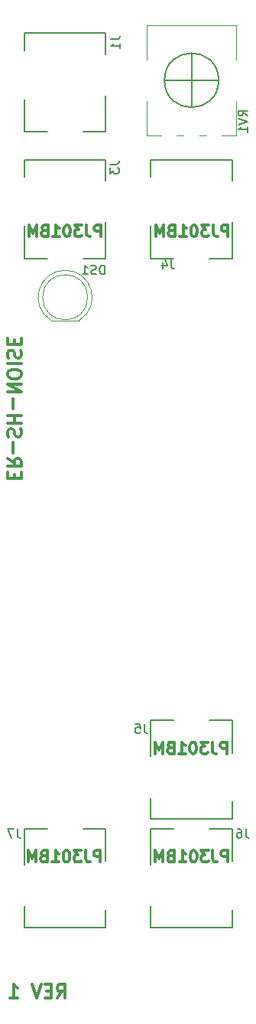
<source format=gbo>
%TF.GenerationSoftware,KiCad,Pcbnew,(6.0.1)*%
%TF.CreationDate,2022-11-03T13:02:17-04:00*%
%TF.ProjectId,ER-SH-NOISE-01,45522d53-482d-44e4-9f49-53452d30312e,1*%
%TF.SameCoordinates,Original*%
%TF.FileFunction,Legend,Bot*%
%TF.FilePolarity,Positive*%
%FSLAX46Y46*%
G04 Gerber Fmt 4.6, Leading zero omitted, Abs format (unit mm)*
G04 Created by KiCad (PCBNEW (6.0.1)) date 2022-11-03 13:02:17*
%MOMM*%
%LPD*%
G01*
G04 APERTURE LIST*
%ADD10C,0.375000*%
%ADD11C,0.317500*%
%ADD12C,0.150000*%
%ADD13C,0.200000*%
%ADD14C,0.120000*%
G04 APERTURE END LIST*
D10*
X104606457Y-117518571D02*
X105106457Y-116804285D01*
X105463600Y-117518571D02*
X105463600Y-116018571D01*
X104892171Y-116018571D01*
X104749314Y-116090000D01*
X104677885Y-116161428D01*
X104606457Y-116304285D01*
X104606457Y-116518571D01*
X104677885Y-116661428D01*
X104749314Y-116732857D01*
X104892171Y-116804285D01*
X105463600Y-116804285D01*
X103963600Y-116732857D02*
X103463600Y-116732857D01*
X103249314Y-117518571D02*
X103963600Y-117518571D01*
X103963600Y-116018571D01*
X103249314Y-116018571D01*
X102820742Y-116018571D02*
X102320742Y-117518571D01*
X101820742Y-116018571D01*
X99392171Y-117518571D02*
X100249314Y-117518571D01*
X99820742Y-117518571D02*
X99820742Y-116018571D01*
X99963600Y-116232857D01*
X100106457Y-116375714D01*
X100249314Y-116447142D01*
D11*
X123422228Y-90490523D02*
X123422228Y-89220523D01*
X122938419Y-89220523D01*
X122817466Y-89281000D01*
X122756990Y-89341476D01*
X122696514Y-89462428D01*
X122696514Y-89643857D01*
X122756990Y-89764809D01*
X122817466Y-89825285D01*
X122938419Y-89885761D01*
X123422228Y-89885761D01*
X121789371Y-89220523D02*
X121789371Y-90127666D01*
X121849847Y-90309095D01*
X121970800Y-90430047D01*
X122152228Y-90490523D01*
X122273180Y-90490523D01*
X121305561Y-89220523D02*
X120519371Y-89220523D01*
X120942704Y-89704333D01*
X120761276Y-89704333D01*
X120640323Y-89764809D01*
X120579847Y-89825285D01*
X120519371Y-89946238D01*
X120519371Y-90248619D01*
X120579847Y-90369571D01*
X120640323Y-90430047D01*
X120761276Y-90490523D01*
X121124133Y-90490523D01*
X121245085Y-90430047D01*
X121305561Y-90369571D01*
X119733180Y-89220523D02*
X119612228Y-89220523D01*
X119491276Y-89281000D01*
X119430800Y-89341476D01*
X119370323Y-89462428D01*
X119309847Y-89704333D01*
X119309847Y-90006714D01*
X119370323Y-90248619D01*
X119430800Y-90369571D01*
X119491276Y-90430047D01*
X119612228Y-90490523D01*
X119733180Y-90490523D01*
X119854133Y-90430047D01*
X119914609Y-90369571D01*
X119975085Y-90248619D01*
X120035561Y-90006714D01*
X120035561Y-89704333D01*
X119975085Y-89462428D01*
X119914609Y-89341476D01*
X119854133Y-89281000D01*
X119733180Y-89220523D01*
X118100323Y-90490523D02*
X118826038Y-90490523D01*
X118463180Y-90490523D02*
X118463180Y-89220523D01*
X118584133Y-89401952D01*
X118705085Y-89522904D01*
X118826038Y-89583380D01*
X117132704Y-89825285D02*
X116951276Y-89885761D01*
X116890800Y-89946238D01*
X116830323Y-90067190D01*
X116830323Y-90248619D01*
X116890800Y-90369571D01*
X116951276Y-90430047D01*
X117072228Y-90490523D01*
X117556038Y-90490523D01*
X117556038Y-89220523D01*
X117132704Y-89220523D01*
X117011752Y-89281000D01*
X116951276Y-89341476D01*
X116890800Y-89462428D01*
X116890800Y-89583380D01*
X116951276Y-89704333D01*
X117011752Y-89764809D01*
X117132704Y-89825285D01*
X117556038Y-89825285D01*
X116286038Y-90490523D02*
X116286038Y-89220523D01*
X115862704Y-90127666D01*
X115439371Y-89220523D01*
X115439371Y-90490523D01*
X109452228Y-33289723D02*
X109452228Y-32019723D01*
X108968419Y-32019723D01*
X108847466Y-32080200D01*
X108786990Y-32140676D01*
X108726514Y-32261628D01*
X108726514Y-32443057D01*
X108786990Y-32564009D01*
X108847466Y-32624485D01*
X108968419Y-32684961D01*
X109452228Y-32684961D01*
X107819371Y-32019723D02*
X107819371Y-32926866D01*
X107879847Y-33108295D01*
X108000800Y-33229247D01*
X108182228Y-33289723D01*
X108303180Y-33289723D01*
X107335561Y-32019723D02*
X106549371Y-32019723D01*
X106972704Y-32503533D01*
X106791276Y-32503533D01*
X106670323Y-32564009D01*
X106609847Y-32624485D01*
X106549371Y-32745438D01*
X106549371Y-33047819D01*
X106609847Y-33168771D01*
X106670323Y-33229247D01*
X106791276Y-33289723D01*
X107154133Y-33289723D01*
X107275085Y-33229247D01*
X107335561Y-33168771D01*
X105763180Y-32019723D02*
X105642228Y-32019723D01*
X105521276Y-32080200D01*
X105460800Y-32140676D01*
X105400323Y-32261628D01*
X105339847Y-32503533D01*
X105339847Y-32805914D01*
X105400323Y-33047819D01*
X105460800Y-33168771D01*
X105521276Y-33229247D01*
X105642228Y-33289723D01*
X105763180Y-33289723D01*
X105884133Y-33229247D01*
X105944609Y-33168771D01*
X106005085Y-33047819D01*
X106065561Y-32805914D01*
X106065561Y-32503533D01*
X106005085Y-32261628D01*
X105944609Y-32140676D01*
X105884133Y-32080200D01*
X105763180Y-32019723D01*
X104130323Y-33289723D02*
X104856038Y-33289723D01*
X104493180Y-33289723D02*
X104493180Y-32019723D01*
X104614133Y-32201152D01*
X104735085Y-32322104D01*
X104856038Y-32382580D01*
X103162704Y-32624485D02*
X102981276Y-32684961D01*
X102920800Y-32745438D01*
X102860323Y-32866390D01*
X102860323Y-33047819D01*
X102920800Y-33168771D01*
X102981276Y-33229247D01*
X103102228Y-33289723D01*
X103586038Y-33289723D01*
X103586038Y-32019723D01*
X103162704Y-32019723D01*
X103041752Y-32080200D01*
X102981276Y-32140676D01*
X102920800Y-32261628D01*
X102920800Y-32382580D01*
X102981276Y-32503533D01*
X103041752Y-32564009D01*
X103162704Y-32624485D01*
X103586038Y-32624485D01*
X102316038Y-33289723D02*
X102316038Y-32019723D01*
X101892704Y-32926866D01*
X101469371Y-32019723D01*
X101469371Y-33289723D01*
X123473028Y-102479323D02*
X123473028Y-101209323D01*
X122989219Y-101209323D01*
X122868266Y-101269800D01*
X122807790Y-101330276D01*
X122747314Y-101451228D01*
X122747314Y-101632657D01*
X122807790Y-101753609D01*
X122868266Y-101814085D01*
X122989219Y-101874561D01*
X123473028Y-101874561D01*
X121840171Y-101209323D02*
X121840171Y-102116466D01*
X121900647Y-102297895D01*
X122021600Y-102418847D01*
X122203028Y-102479323D01*
X122323980Y-102479323D01*
X121356361Y-101209323D02*
X120570171Y-101209323D01*
X120993504Y-101693133D01*
X120812076Y-101693133D01*
X120691123Y-101753609D01*
X120630647Y-101814085D01*
X120570171Y-101935038D01*
X120570171Y-102237419D01*
X120630647Y-102358371D01*
X120691123Y-102418847D01*
X120812076Y-102479323D01*
X121174933Y-102479323D01*
X121295885Y-102418847D01*
X121356361Y-102358371D01*
X119783980Y-101209323D02*
X119663028Y-101209323D01*
X119542076Y-101269800D01*
X119481600Y-101330276D01*
X119421123Y-101451228D01*
X119360647Y-101693133D01*
X119360647Y-101995514D01*
X119421123Y-102237419D01*
X119481600Y-102358371D01*
X119542076Y-102418847D01*
X119663028Y-102479323D01*
X119783980Y-102479323D01*
X119904933Y-102418847D01*
X119965409Y-102358371D01*
X120025885Y-102237419D01*
X120086361Y-101995514D01*
X120086361Y-101693133D01*
X120025885Y-101451228D01*
X119965409Y-101330276D01*
X119904933Y-101269800D01*
X119783980Y-101209323D01*
X118151123Y-102479323D02*
X118876838Y-102479323D01*
X118513980Y-102479323D02*
X118513980Y-101209323D01*
X118634933Y-101390752D01*
X118755885Y-101511704D01*
X118876838Y-101572180D01*
X117183504Y-101814085D02*
X117002076Y-101874561D01*
X116941600Y-101935038D01*
X116881123Y-102055990D01*
X116881123Y-102237419D01*
X116941600Y-102358371D01*
X117002076Y-102418847D01*
X117123028Y-102479323D01*
X117606838Y-102479323D01*
X117606838Y-101209323D01*
X117183504Y-101209323D01*
X117062552Y-101269800D01*
X117002076Y-101330276D01*
X116941600Y-101451228D01*
X116941600Y-101572180D01*
X117002076Y-101693133D01*
X117062552Y-101753609D01*
X117183504Y-101814085D01*
X117606838Y-101814085D01*
X116336838Y-102479323D02*
X116336838Y-101209323D01*
X115913504Y-102116466D01*
X115490171Y-101209323D01*
X115490171Y-102479323D01*
D10*
X99929142Y-60074000D02*
X99929142Y-59574000D01*
X99143428Y-59359714D02*
X99143428Y-60074000D01*
X100643428Y-60074000D01*
X100643428Y-59359714D01*
X99143428Y-57859714D02*
X99857714Y-58359714D01*
X99143428Y-58716857D02*
X100643428Y-58716857D01*
X100643428Y-58145428D01*
X100572000Y-58002571D01*
X100500571Y-57931142D01*
X100357714Y-57859714D01*
X100143428Y-57859714D01*
X100000571Y-57931142D01*
X99929142Y-58002571D01*
X99857714Y-58145428D01*
X99857714Y-58716857D01*
X99714857Y-57216857D02*
X99714857Y-56074000D01*
X99214857Y-55431142D02*
X99143428Y-55216857D01*
X99143428Y-54859714D01*
X99214857Y-54716857D01*
X99286285Y-54645428D01*
X99429142Y-54574000D01*
X99572000Y-54574000D01*
X99714857Y-54645428D01*
X99786285Y-54716857D01*
X99857714Y-54859714D01*
X99929142Y-55145428D01*
X100000571Y-55288285D01*
X100072000Y-55359714D01*
X100214857Y-55431142D01*
X100357714Y-55431142D01*
X100500571Y-55359714D01*
X100572000Y-55288285D01*
X100643428Y-55145428D01*
X100643428Y-54788285D01*
X100572000Y-54574000D01*
X99143428Y-53931142D02*
X100643428Y-53931142D01*
X99929142Y-53931142D02*
X99929142Y-53074000D01*
X99143428Y-53074000D02*
X100643428Y-53074000D01*
X99714857Y-52359714D02*
X99714857Y-51216857D01*
X99143428Y-50502571D02*
X100643428Y-50502571D01*
X99143428Y-49645428D01*
X100643428Y-49645428D01*
X100643428Y-48645428D02*
X100643428Y-48359714D01*
X100572000Y-48216857D01*
X100429142Y-48074000D01*
X100143428Y-48002571D01*
X99643428Y-48002571D01*
X99357714Y-48074000D01*
X99214857Y-48216857D01*
X99143428Y-48359714D01*
X99143428Y-48645428D01*
X99214857Y-48788285D01*
X99357714Y-48931142D01*
X99643428Y-49002571D01*
X100143428Y-49002571D01*
X100429142Y-48931142D01*
X100572000Y-48788285D01*
X100643428Y-48645428D01*
X99143428Y-47359714D02*
X100643428Y-47359714D01*
X99214857Y-46716857D02*
X99143428Y-46502571D01*
X99143428Y-46145428D01*
X99214857Y-46002571D01*
X99286285Y-45931142D01*
X99429142Y-45859714D01*
X99572000Y-45859714D01*
X99714857Y-45931142D01*
X99786285Y-46002571D01*
X99857714Y-46145428D01*
X99929142Y-46431142D01*
X100000571Y-46574000D01*
X100072000Y-46645428D01*
X100214857Y-46716857D01*
X100357714Y-46716857D01*
X100500571Y-46645428D01*
X100572000Y-46574000D01*
X100643428Y-46431142D01*
X100643428Y-46074000D01*
X100572000Y-45859714D01*
X99929142Y-45216857D02*
X99929142Y-44716857D01*
X99143428Y-44502571D02*
X99143428Y-45216857D01*
X100643428Y-45216857D01*
X100643428Y-44502571D01*
D11*
X109401428Y-102479323D02*
X109401428Y-101209323D01*
X108917619Y-101209323D01*
X108796666Y-101269800D01*
X108736190Y-101330276D01*
X108675714Y-101451228D01*
X108675714Y-101632657D01*
X108736190Y-101753609D01*
X108796666Y-101814085D01*
X108917619Y-101874561D01*
X109401428Y-101874561D01*
X107768571Y-101209323D02*
X107768571Y-102116466D01*
X107829047Y-102297895D01*
X107950000Y-102418847D01*
X108131428Y-102479323D01*
X108252380Y-102479323D01*
X107284761Y-101209323D02*
X106498571Y-101209323D01*
X106921904Y-101693133D01*
X106740476Y-101693133D01*
X106619523Y-101753609D01*
X106559047Y-101814085D01*
X106498571Y-101935038D01*
X106498571Y-102237419D01*
X106559047Y-102358371D01*
X106619523Y-102418847D01*
X106740476Y-102479323D01*
X107103333Y-102479323D01*
X107224285Y-102418847D01*
X107284761Y-102358371D01*
X105712380Y-101209323D02*
X105591428Y-101209323D01*
X105470476Y-101269800D01*
X105410000Y-101330276D01*
X105349523Y-101451228D01*
X105289047Y-101693133D01*
X105289047Y-101995514D01*
X105349523Y-102237419D01*
X105410000Y-102358371D01*
X105470476Y-102418847D01*
X105591428Y-102479323D01*
X105712380Y-102479323D01*
X105833333Y-102418847D01*
X105893809Y-102358371D01*
X105954285Y-102237419D01*
X106014761Y-101995514D01*
X106014761Y-101693133D01*
X105954285Y-101451228D01*
X105893809Y-101330276D01*
X105833333Y-101269800D01*
X105712380Y-101209323D01*
X104079523Y-102479323D02*
X104805238Y-102479323D01*
X104442380Y-102479323D02*
X104442380Y-101209323D01*
X104563333Y-101390752D01*
X104684285Y-101511704D01*
X104805238Y-101572180D01*
X103111904Y-101814085D02*
X102930476Y-101874561D01*
X102870000Y-101935038D01*
X102809523Y-102055990D01*
X102809523Y-102237419D01*
X102870000Y-102358371D01*
X102930476Y-102418847D01*
X103051428Y-102479323D01*
X103535238Y-102479323D01*
X103535238Y-101209323D01*
X103111904Y-101209323D01*
X102990952Y-101269800D01*
X102930476Y-101330276D01*
X102870000Y-101451228D01*
X102870000Y-101572180D01*
X102930476Y-101693133D01*
X102990952Y-101753609D01*
X103111904Y-101814085D01*
X103535238Y-101814085D01*
X102265238Y-102479323D02*
X102265238Y-101209323D01*
X101841904Y-102116466D01*
X101418571Y-101209323D01*
X101418571Y-102479323D01*
X123523828Y-33289723D02*
X123523828Y-32019723D01*
X123040019Y-32019723D01*
X122919066Y-32080200D01*
X122858590Y-32140676D01*
X122798114Y-32261628D01*
X122798114Y-32443057D01*
X122858590Y-32564009D01*
X122919066Y-32624485D01*
X123040019Y-32684961D01*
X123523828Y-32684961D01*
X121890971Y-32019723D02*
X121890971Y-32926866D01*
X121951447Y-33108295D01*
X122072400Y-33229247D01*
X122253828Y-33289723D01*
X122374780Y-33289723D01*
X121407161Y-32019723D02*
X120620971Y-32019723D01*
X121044304Y-32503533D01*
X120862876Y-32503533D01*
X120741923Y-32564009D01*
X120681447Y-32624485D01*
X120620971Y-32745438D01*
X120620971Y-33047819D01*
X120681447Y-33168771D01*
X120741923Y-33229247D01*
X120862876Y-33289723D01*
X121225733Y-33289723D01*
X121346685Y-33229247D01*
X121407161Y-33168771D01*
X119834780Y-32019723D02*
X119713828Y-32019723D01*
X119592876Y-32080200D01*
X119532400Y-32140676D01*
X119471923Y-32261628D01*
X119411447Y-32503533D01*
X119411447Y-32805914D01*
X119471923Y-33047819D01*
X119532400Y-33168771D01*
X119592876Y-33229247D01*
X119713828Y-33289723D01*
X119834780Y-33289723D01*
X119955733Y-33229247D01*
X120016209Y-33168771D01*
X120076685Y-33047819D01*
X120137161Y-32805914D01*
X120137161Y-32503533D01*
X120076685Y-32261628D01*
X120016209Y-32140676D01*
X119955733Y-32080200D01*
X119834780Y-32019723D01*
X118201923Y-33289723D02*
X118927638Y-33289723D01*
X118564780Y-33289723D02*
X118564780Y-32019723D01*
X118685733Y-32201152D01*
X118806685Y-32322104D01*
X118927638Y-32382580D01*
X117234304Y-32624485D02*
X117052876Y-32684961D01*
X116992400Y-32745438D01*
X116931923Y-32866390D01*
X116931923Y-33047819D01*
X116992400Y-33168771D01*
X117052876Y-33229247D01*
X117173828Y-33289723D01*
X117657638Y-33289723D01*
X117657638Y-32019723D01*
X117234304Y-32019723D01*
X117113352Y-32080200D01*
X117052876Y-32140676D01*
X116992400Y-32261628D01*
X116992400Y-32382580D01*
X117052876Y-32503533D01*
X117113352Y-32564009D01*
X117234304Y-32624485D01*
X117657638Y-32624485D01*
X116387638Y-33289723D02*
X116387638Y-32019723D01*
X115964304Y-32926866D01*
X115540971Y-32019723D01*
X115540971Y-33289723D01*
D12*
%TO.C,J5*%
X114252343Y-87209387D02*
X114252343Y-87923673D01*
X114299962Y-88066530D01*
X114395200Y-88161768D01*
X114538057Y-88209387D01*
X114633295Y-88209387D01*
X113299962Y-87209387D02*
X113776152Y-87209387D01*
X113823771Y-87685578D01*
X113776152Y-87637959D01*
X113680914Y-87590340D01*
X113442819Y-87590340D01*
X113347581Y-87637959D01*
X113299962Y-87685578D01*
X113252343Y-87780816D01*
X113252343Y-88018911D01*
X113299962Y-88114149D01*
X113347581Y-88161768D01*
X113442819Y-88209387D01*
X113680914Y-88209387D01*
X113776152Y-88161768D01*
X113823771Y-88114149D01*
%TO.C,J1*%
X110577388Y-11477670D02*
X111291674Y-11477670D01*
X111434531Y-11430051D01*
X111529769Y-11334813D01*
X111577388Y-11191956D01*
X111577388Y-11096718D01*
X111577388Y-12477670D02*
X111577388Y-11906242D01*
X111577388Y-12191956D02*
X110577388Y-12191956D01*
X110720246Y-12096718D01*
X110815484Y-12001480D01*
X110863103Y-11906242D01*
%TO.C,J7*%
X100206141Y-98817186D02*
X100206141Y-99531472D01*
X100253760Y-99674329D01*
X100348998Y-99769567D01*
X100491855Y-99817186D01*
X100587093Y-99817186D01*
X99825188Y-98817186D02*
X99158522Y-98817186D01*
X99587093Y-99817186D01*
%TO.C,J3*%
X110450380Y-25320666D02*
X111164666Y-25320666D01*
X111307523Y-25273047D01*
X111402761Y-25177809D01*
X111450380Y-25034952D01*
X111450380Y-24939714D01*
X110450380Y-25701619D02*
X110450380Y-26320666D01*
X110831333Y-25987333D01*
X110831333Y-26130190D01*
X110878952Y-26225428D01*
X110926571Y-26273047D01*
X111021809Y-26320666D01*
X111259904Y-26320666D01*
X111355142Y-26273047D01*
X111402761Y-26225428D01*
X111450380Y-26130190D01*
X111450380Y-25844476D01*
X111402761Y-25749238D01*
X111355142Y-25701619D01*
%TO.C,J6*%
X125504543Y-98817186D02*
X125504543Y-99531472D01*
X125552162Y-99674329D01*
X125647400Y-99769567D01*
X125790257Y-99817186D01*
X125885495Y-99817186D01*
X124599781Y-98817186D02*
X124790257Y-98817186D01*
X124885495Y-98864806D01*
X124933114Y-98912425D01*
X125028352Y-99055282D01*
X125075971Y-99245758D01*
X125075971Y-99626710D01*
X125028352Y-99721948D01*
X124980733Y-99769567D01*
X124885495Y-99817186D01*
X124695019Y-99817186D01*
X124599781Y-99769567D01*
X124552162Y-99721948D01*
X124504543Y-99626710D01*
X124504543Y-99388615D01*
X124552162Y-99293377D01*
X124599781Y-99245758D01*
X124695019Y-99198139D01*
X124885495Y-99198139D01*
X124980733Y-99245758D01*
X125028352Y-99293377D01*
X125075971Y-99388615D01*
%TO.C,RV1*%
X125674390Y-19928765D02*
X125198200Y-19595432D01*
X125674390Y-19357337D02*
X124674390Y-19357337D01*
X124674390Y-19738289D01*
X124722010Y-19833527D01*
X124769629Y-19881146D01*
X124864867Y-19928765D01*
X125007724Y-19928765D01*
X125102962Y-19881146D01*
X125150581Y-19833527D01*
X125198200Y-19738289D01*
X125198200Y-19357337D01*
X124674390Y-20214480D02*
X125674390Y-20547813D01*
X124674390Y-20881146D01*
X125674390Y-21738289D02*
X125674390Y-21166861D01*
X125674390Y-21452575D02*
X124674390Y-21452575D01*
X124817248Y-21357337D01*
X124912486Y-21262099D01*
X124960105Y-21166861D01*
%TO.C,J4*%
X117233333Y-35852380D02*
X117233333Y-36566666D01*
X117280952Y-36709523D01*
X117376190Y-36804761D01*
X117519047Y-36852380D01*
X117614285Y-36852380D01*
X116328571Y-36185714D02*
X116328571Y-36852380D01*
X116566666Y-35804761D02*
X116804761Y-36519047D01*
X116185714Y-36519047D01*
%TO.C,DS1*%
X109889277Y-37467380D02*
X109889277Y-36467380D01*
X109651182Y-36467380D01*
X109508325Y-36515000D01*
X109413087Y-36610238D01*
X109365468Y-36705476D01*
X109317849Y-36895952D01*
X109317849Y-37038809D01*
X109365468Y-37229285D01*
X109413087Y-37324523D01*
X109508325Y-37419761D01*
X109651182Y-37467380D01*
X109889277Y-37467380D01*
X108936896Y-37419761D02*
X108794039Y-37467380D01*
X108555944Y-37467380D01*
X108460706Y-37419761D01*
X108413087Y-37372142D01*
X108365468Y-37276904D01*
X108365468Y-37181666D01*
X108413087Y-37086428D01*
X108460706Y-37038809D01*
X108555944Y-36991190D01*
X108746420Y-36943571D01*
X108841658Y-36895952D01*
X108889277Y-36848333D01*
X108936896Y-36753095D01*
X108936896Y-36657857D01*
X108889277Y-36562619D01*
X108841658Y-36515000D01*
X108746420Y-36467380D01*
X108508325Y-36467380D01*
X108365468Y-36515000D01*
X107413087Y-37467380D02*
X107984515Y-37467380D01*
X107698801Y-37467380D02*
X107698801Y-36467380D01*
X107794039Y-36610238D01*
X107889277Y-36705476D01*
X107984515Y-36753095D01*
D13*
%TO.C,J5*%
X115000000Y-86800000D02*
X117500000Y-86800000D01*
X124000000Y-97700000D02*
X115000000Y-97700000D01*
X115000000Y-86800000D02*
X115000000Y-90800000D01*
X124000000Y-86800000D02*
X121500000Y-86800000D01*
X115000000Y-97700000D02*
X115000000Y-95400000D01*
X124000000Y-86800000D02*
X124000000Y-90400000D01*
X124000000Y-97700000D02*
X124000000Y-95800000D01*
%TO.C,J1*%
X101000000Y-10800000D02*
X110000000Y-10800000D01*
X110000000Y-10800000D02*
X110000000Y-13100000D01*
X101000000Y-21700000D02*
X101000000Y-18100000D01*
X110000000Y-21700000D02*
X110000000Y-17700000D01*
X101000000Y-21700000D02*
X103500000Y-21700000D01*
X110000000Y-21700000D02*
X107500000Y-21700000D01*
X101000000Y-10800000D02*
X101000000Y-12700000D01*
%TO.C,J7*%
X110000000Y-109700000D02*
X110000000Y-107800000D01*
X101000000Y-98800000D02*
X101000000Y-102800000D01*
X110000000Y-98800000D02*
X107500000Y-98800000D01*
X101000000Y-98800000D02*
X103500000Y-98800000D01*
X110000000Y-109700000D02*
X101000000Y-109700000D01*
X101000000Y-109700000D02*
X101000000Y-107400000D01*
X110000000Y-98800000D02*
X110000000Y-102400000D01*
%TO.C,J3*%
X101000000Y-24800000D02*
X101000000Y-26700000D01*
X101000000Y-24800000D02*
X110000000Y-24800000D01*
X101000000Y-35700000D02*
X101000000Y-32100000D01*
X110000000Y-35700000D02*
X107500000Y-35700000D01*
X101000000Y-35700000D02*
X103500000Y-35700000D01*
X110000000Y-35700000D02*
X110000000Y-31700000D01*
X110000000Y-24800000D02*
X110000000Y-27100000D01*
%TO.C,J6*%
X115000000Y-98800000D02*
X115000000Y-102800000D01*
X115000000Y-98800000D02*
X117500000Y-98800000D01*
X115000000Y-109700000D02*
X115000000Y-107400000D01*
X124000000Y-109700000D02*
X115000000Y-109700000D01*
X124000000Y-98800000D02*
X121500000Y-98800000D01*
X124000000Y-109700000D02*
X124000000Y-107800000D01*
X124000000Y-98800000D02*
X124000000Y-102400000D01*
D12*
%TO.C,RV1*%
X119500000Y-19000000D02*
X119500000Y-13000000D01*
D14*
X124470000Y-22120000D02*
X122871000Y-22120000D01*
X121129000Y-22120000D02*
X120370000Y-22120000D01*
X124470000Y-13745000D02*
X124470000Y-9880000D01*
X124470000Y-9880000D02*
X114530000Y-9880000D01*
X124470000Y-22120000D02*
X124470000Y-18255000D01*
X118629000Y-22120000D02*
X117870000Y-22120000D01*
D12*
X122500000Y-16000000D02*
X116500000Y-16000000D01*
D14*
X114530000Y-13745000D02*
X114530000Y-9880000D01*
X114530000Y-22120000D02*
X114530000Y-18255000D01*
X116130000Y-22120000D02*
X114530000Y-22120000D01*
D12*
X122500000Y-16000000D02*
G75*
G03*
X122500000Y-16000000I-3000000J0D01*
G01*
D13*
%TO.C,J4*%
X124000000Y-24800000D02*
X124000000Y-27100000D01*
X115000000Y-35700000D02*
X117500000Y-35700000D01*
X124000000Y-35700000D02*
X124000000Y-31700000D01*
X115000000Y-24800000D02*
X124000000Y-24800000D01*
X115000000Y-24800000D02*
X115000000Y-26700000D01*
X115000000Y-35700000D02*
X115000000Y-32100000D01*
X124000000Y-35700000D02*
X121500000Y-35700000D01*
D14*
%TO.C,DS1*%
X107044992Y-42565000D02*
X103954992Y-42565000D01*
X107044822Y-42565000D02*
G75*
G03*
X105499530Y-37015000I-1544830J2560000D01*
G01*
X105500454Y-37015000D02*
G75*
G03*
X103955162Y-42565000I-462J-2990000D01*
G01*
X107999992Y-40005000D02*
G75*
G03*
X107999992Y-40005000I-2500000J0D01*
G01*
%TD*%
M02*

</source>
